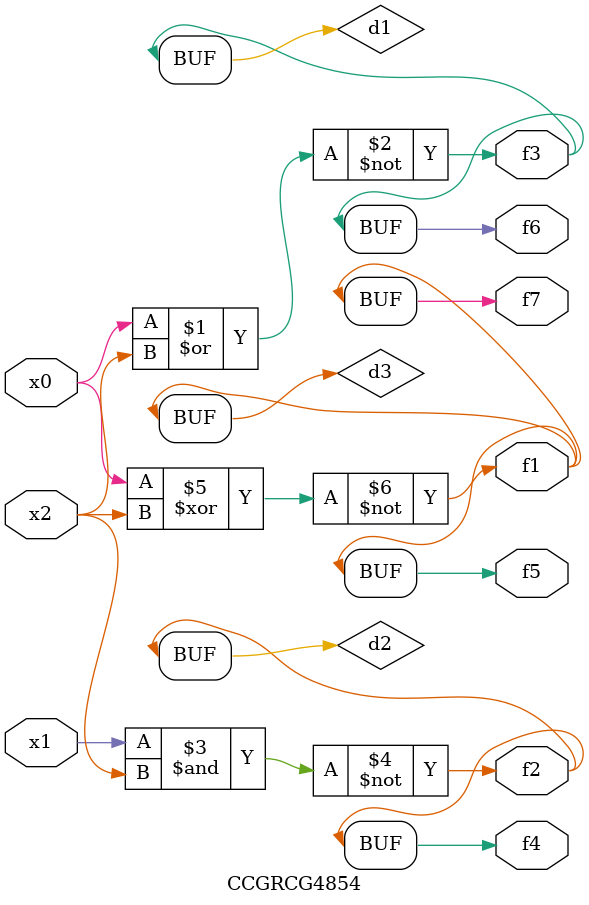
<source format=v>
module CCGRCG4854(
	input x0, x1, x2,
	output f1, f2, f3, f4, f5, f6, f7
);

	wire d1, d2, d3;

	nor (d1, x0, x2);
	nand (d2, x1, x2);
	xnor (d3, x0, x2);
	assign f1 = d3;
	assign f2 = d2;
	assign f3 = d1;
	assign f4 = d2;
	assign f5 = d3;
	assign f6 = d1;
	assign f7 = d3;
endmodule

</source>
